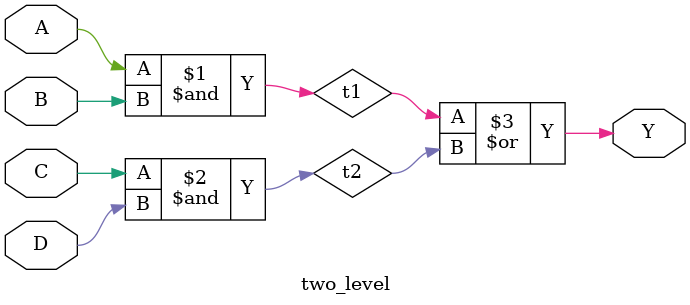
<source format=v>
module two_level(Y, A, B, C, D);
  input A, B, C, D;
  output Y;
  wire t1, t2;
  
  and and_1(t1, A, B);
  and and_2(t2, C, D);
  
  or or_1(Y, t1, t2);
  
endmodule
</source>
